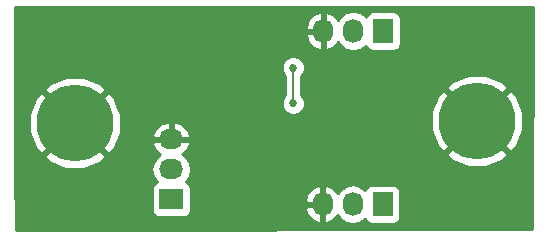
<source format=gbl>
G04 #@! TF.FileFunction,Copper,L2,Bot,Signal*
%FSLAX46Y46*%
G04 Gerber Fmt 4.6, Leading zero omitted, Abs format (unit mm)*
G04 Created by KiCad (PCBNEW 4.0.1-stable) date Wednesday, June 29, 2016 'PMt' 09:03:30 PM*
%MOMM*%
G01*
G04 APERTURE LIST*
%ADD10C,0.100000*%
%ADD11R,1.727200X2.032000*%
%ADD12O,1.727200X2.032000*%
%ADD13R,2.032000X1.727200*%
%ADD14O,2.032000X1.727200*%
%ADD15C,6.500000*%
%ADD16C,0.685800*%
%ADD17C,0.152400*%
%ADD18C,0.254000*%
G04 APERTURE END LIST*
D10*
D11*
X195690000Y-85670000D03*
D12*
X193150000Y-85670000D03*
X190610000Y-85670000D03*
D11*
X195650000Y-100340000D03*
D12*
X193110000Y-100340000D03*
X190570000Y-100340000D03*
D13*
X177760000Y-99920000D03*
D14*
X177760000Y-97380000D03*
X177760000Y-94840000D03*
D15*
X203640000Y-93280000D03*
X169600000Y-93470000D03*
D16*
X188069998Y-91790000D03*
X188070000Y-88770000D03*
X186570000Y-98190000D03*
X180460000Y-92380000D03*
X185630000Y-94460000D03*
X197260000Y-89650000D03*
D17*
X188070000Y-88770000D02*
X188070000Y-91789998D01*
X188070000Y-91789998D02*
X188069998Y-91790000D01*
D18*
G36*
X208333199Y-102453144D02*
X164576404Y-102502856D01*
X164552329Y-97380000D01*
X176076655Y-97380000D01*
X176190729Y-97953489D01*
X176515585Y-98439670D01*
X176529913Y-98449243D01*
X176508683Y-98453238D01*
X176292559Y-98592310D01*
X176147569Y-98804510D01*
X176096560Y-99056400D01*
X176096560Y-100783600D01*
X176140838Y-101018917D01*
X176279910Y-101235041D01*
X176492110Y-101380031D01*
X176744000Y-101431040D01*
X178776000Y-101431040D01*
X179011317Y-101386762D01*
X179227441Y-101247690D01*
X179372431Y-101035490D01*
X179423440Y-100783600D01*
X179423440Y-100701913D01*
X189084816Y-100701913D01*
X189278046Y-101254320D01*
X189667964Y-101690732D01*
X190195209Y-101944709D01*
X190210974Y-101947358D01*
X190443000Y-101826217D01*
X190443000Y-100467000D01*
X189229076Y-100467000D01*
X189084816Y-100701913D01*
X179423440Y-100701913D01*
X179423440Y-99978087D01*
X189084816Y-99978087D01*
X189229076Y-100213000D01*
X190443000Y-100213000D01*
X190443000Y-98853783D01*
X190697000Y-98853783D01*
X190697000Y-100213000D01*
X190717000Y-100213000D01*
X190717000Y-100467000D01*
X190697000Y-100467000D01*
X190697000Y-101826217D01*
X190929026Y-101947358D01*
X190944791Y-101944709D01*
X191472036Y-101690732D01*
X191843539Y-101274931D01*
X192050330Y-101584415D01*
X192536511Y-101909271D01*
X193110000Y-102023345D01*
X193683489Y-101909271D01*
X194169670Y-101584415D01*
X194179243Y-101570087D01*
X194183238Y-101591317D01*
X194322310Y-101807441D01*
X194534510Y-101952431D01*
X194786400Y-102003440D01*
X196513600Y-102003440D01*
X196748917Y-101959162D01*
X196965041Y-101820090D01*
X197110031Y-101607890D01*
X197161040Y-101356000D01*
X197161040Y-99324000D01*
X197116762Y-99088683D01*
X196977690Y-98872559D01*
X196765490Y-98727569D01*
X196513600Y-98676560D01*
X194786400Y-98676560D01*
X194551083Y-98720838D01*
X194334959Y-98859910D01*
X194189969Y-99072110D01*
X194181600Y-99113439D01*
X194169670Y-99095585D01*
X193683489Y-98770729D01*
X193110000Y-98656655D01*
X192536511Y-98770729D01*
X192050330Y-99095585D01*
X191843539Y-99405069D01*
X191472036Y-98989268D01*
X190944791Y-98735291D01*
X190929026Y-98732642D01*
X190697000Y-98853783D01*
X190443000Y-98853783D01*
X190210974Y-98732642D01*
X190195209Y-98735291D01*
X189667964Y-98989268D01*
X189278046Y-99425680D01*
X189084816Y-99978087D01*
X179423440Y-99978087D01*
X179423440Y-99056400D01*
X179379162Y-98821083D01*
X179240090Y-98604959D01*
X179027890Y-98459969D01*
X178986561Y-98451600D01*
X179004415Y-98439670D01*
X179329271Y-97953489D01*
X179443345Y-97380000D01*
X179329271Y-96806511D01*
X179004415Y-96320330D01*
X178694931Y-96113539D01*
X178758236Y-96056978D01*
X201042627Y-96056978D01*
X201415658Y-96557608D01*
X202839262Y-97159333D01*
X204384772Y-97170466D01*
X205816896Y-96589311D01*
X205864342Y-96557608D01*
X206237373Y-96056978D01*
X203640000Y-93459605D01*
X201042627Y-96056978D01*
X178758236Y-96056978D01*
X179110732Y-95742036D01*
X179364709Y-95214791D01*
X179367358Y-95199026D01*
X179246217Y-94967000D01*
X177887000Y-94967000D01*
X177887000Y-94987000D01*
X177633000Y-94987000D01*
X177633000Y-94967000D01*
X176273783Y-94967000D01*
X176152642Y-95199026D01*
X176155291Y-95214791D01*
X176409268Y-95742036D01*
X176825069Y-96113539D01*
X176515585Y-96320330D01*
X176190729Y-96806511D01*
X176076655Y-97380000D01*
X164552329Y-97380000D01*
X164547004Y-96246978D01*
X167002627Y-96246978D01*
X167375658Y-96747608D01*
X168799262Y-97349333D01*
X170344772Y-97360466D01*
X171776896Y-96779311D01*
X171824342Y-96747608D01*
X172197373Y-96246978D01*
X169600000Y-93649605D01*
X167002627Y-96246978D01*
X164547004Y-96246978D01*
X164537453Y-94214772D01*
X165709534Y-94214772D01*
X166290689Y-95646896D01*
X166322392Y-95694342D01*
X166823022Y-96067373D01*
X169420395Y-93470000D01*
X169779605Y-93470000D01*
X172376978Y-96067373D01*
X172877608Y-95694342D01*
X173390471Y-94480974D01*
X176152642Y-94480974D01*
X176273783Y-94713000D01*
X177633000Y-94713000D01*
X177633000Y-93499076D01*
X177887000Y-93499076D01*
X177887000Y-94713000D01*
X179246217Y-94713000D01*
X179367358Y-94480974D01*
X179364709Y-94465209D01*
X179152548Y-94024772D01*
X199749534Y-94024772D01*
X200330689Y-95456896D01*
X200362392Y-95504342D01*
X200863022Y-95877373D01*
X203460395Y-93280000D01*
X203819605Y-93280000D01*
X206416978Y-95877373D01*
X206917608Y-95504342D01*
X207519333Y-94080738D01*
X207530466Y-92535228D01*
X206949311Y-91103104D01*
X206917608Y-91055658D01*
X206416978Y-90682627D01*
X203819605Y-93280000D01*
X203460395Y-93280000D01*
X200863022Y-90682627D01*
X200362392Y-91055658D01*
X199760667Y-92479262D01*
X199749534Y-94024772D01*
X179152548Y-94024772D01*
X179110732Y-93937964D01*
X178674320Y-93548046D01*
X178121913Y-93354816D01*
X177887000Y-93499076D01*
X177633000Y-93499076D01*
X177398087Y-93354816D01*
X176845680Y-93548046D01*
X176409268Y-93937964D01*
X176155291Y-94465209D01*
X176152642Y-94480974D01*
X173390471Y-94480974D01*
X173479333Y-94270738D01*
X173490466Y-92725228D01*
X173189540Y-91983663D01*
X187091929Y-91983663D01*
X187240491Y-92343212D01*
X187515339Y-92618540D01*
X187874628Y-92767730D01*
X188263661Y-92768069D01*
X188623210Y-92619507D01*
X188898538Y-92344659D01*
X189047728Y-91985370D01*
X189048067Y-91596337D01*
X188899505Y-91236788D01*
X188781200Y-91118276D01*
X188781200Y-90503022D01*
X201042627Y-90503022D01*
X203640000Y-93100395D01*
X206237373Y-90503022D01*
X205864342Y-90002392D01*
X204440738Y-89400667D01*
X202895228Y-89389534D01*
X201463104Y-89970689D01*
X201415658Y-90002392D01*
X201042627Y-90503022D01*
X188781200Y-90503022D01*
X188781200Y-89441794D01*
X188898540Y-89324659D01*
X189047730Y-88965370D01*
X189048069Y-88576337D01*
X188899507Y-88216788D01*
X188624659Y-87941460D01*
X188265370Y-87792270D01*
X187876337Y-87791931D01*
X187516788Y-87940493D01*
X187241460Y-88215341D01*
X187092270Y-88574630D01*
X187091931Y-88963663D01*
X187240493Y-89323212D01*
X187358800Y-89441726D01*
X187358800Y-91118204D01*
X187241458Y-91235341D01*
X187092268Y-91594630D01*
X187091929Y-91983663D01*
X173189540Y-91983663D01*
X172909311Y-91293104D01*
X172877608Y-91245658D01*
X172376978Y-90872627D01*
X169779605Y-93470000D01*
X169420395Y-93470000D01*
X166823022Y-90872627D01*
X166322392Y-91245658D01*
X165720667Y-92669262D01*
X165709534Y-94214772D01*
X164537453Y-94214772D01*
X164520902Y-90693022D01*
X167002627Y-90693022D01*
X169600000Y-93290395D01*
X172197373Y-90693022D01*
X171824342Y-90192392D01*
X170400738Y-89590667D01*
X168855228Y-89579534D01*
X167423104Y-90160689D01*
X167375658Y-90192392D01*
X167002627Y-90693022D01*
X164520902Y-90693022D01*
X164498996Y-86031913D01*
X189124816Y-86031913D01*
X189318046Y-86584320D01*
X189707964Y-87020732D01*
X190235209Y-87274709D01*
X190250974Y-87277358D01*
X190483000Y-87156217D01*
X190483000Y-85797000D01*
X189269076Y-85797000D01*
X189124816Y-86031913D01*
X164498996Y-86031913D01*
X164495595Y-85308087D01*
X189124816Y-85308087D01*
X189269076Y-85543000D01*
X190483000Y-85543000D01*
X190483000Y-84183783D01*
X190737000Y-84183783D01*
X190737000Y-85543000D01*
X190757000Y-85543000D01*
X190757000Y-85797000D01*
X190737000Y-85797000D01*
X190737000Y-87156217D01*
X190969026Y-87277358D01*
X190984791Y-87274709D01*
X191512036Y-87020732D01*
X191883539Y-86604931D01*
X192090330Y-86914415D01*
X192576511Y-87239271D01*
X193150000Y-87353345D01*
X193723489Y-87239271D01*
X194209670Y-86914415D01*
X194219243Y-86900087D01*
X194223238Y-86921317D01*
X194362310Y-87137441D01*
X194574510Y-87282431D01*
X194826400Y-87333440D01*
X196553600Y-87333440D01*
X196788917Y-87289162D01*
X197005041Y-87150090D01*
X197150031Y-86937890D01*
X197201040Y-86686000D01*
X197201040Y-84654000D01*
X197156762Y-84418683D01*
X197017690Y-84202559D01*
X196805490Y-84057569D01*
X196553600Y-84006560D01*
X194826400Y-84006560D01*
X194591083Y-84050838D01*
X194374959Y-84189910D01*
X194229969Y-84402110D01*
X194221600Y-84443439D01*
X194209670Y-84425585D01*
X193723489Y-84100729D01*
X193150000Y-83986655D01*
X192576511Y-84100729D01*
X192090330Y-84425585D01*
X191883539Y-84735069D01*
X191512036Y-84319268D01*
X190984791Y-84065291D01*
X190969026Y-84062642D01*
X190737000Y-84183783D01*
X190483000Y-84183783D01*
X190250974Y-84062642D01*
X190235209Y-84065291D01*
X189707964Y-84319268D01*
X189318046Y-84755680D01*
X189124816Y-85308087D01*
X164495595Y-85308087D01*
X164487599Y-83606971D01*
X208362800Y-83597029D01*
X208333199Y-102453144D01*
X208333199Y-102453144D01*
G37*
X208333199Y-102453144D02*
X164576404Y-102502856D01*
X164552329Y-97380000D01*
X176076655Y-97380000D01*
X176190729Y-97953489D01*
X176515585Y-98439670D01*
X176529913Y-98449243D01*
X176508683Y-98453238D01*
X176292559Y-98592310D01*
X176147569Y-98804510D01*
X176096560Y-99056400D01*
X176096560Y-100783600D01*
X176140838Y-101018917D01*
X176279910Y-101235041D01*
X176492110Y-101380031D01*
X176744000Y-101431040D01*
X178776000Y-101431040D01*
X179011317Y-101386762D01*
X179227441Y-101247690D01*
X179372431Y-101035490D01*
X179423440Y-100783600D01*
X179423440Y-100701913D01*
X189084816Y-100701913D01*
X189278046Y-101254320D01*
X189667964Y-101690732D01*
X190195209Y-101944709D01*
X190210974Y-101947358D01*
X190443000Y-101826217D01*
X190443000Y-100467000D01*
X189229076Y-100467000D01*
X189084816Y-100701913D01*
X179423440Y-100701913D01*
X179423440Y-99978087D01*
X189084816Y-99978087D01*
X189229076Y-100213000D01*
X190443000Y-100213000D01*
X190443000Y-98853783D01*
X190697000Y-98853783D01*
X190697000Y-100213000D01*
X190717000Y-100213000D01*
X190717000Y-100467000D01*
X190697000Y-100467000D01*
X190697000Y-101826217D01*
X190929026Y-101947358D01*
X190944791Y-101944709D01*
X191472036Y-101690732D01*
X191843539Y-101274931D01*
X192050330Y-101584415D01*
X192536511Y-101909271D01*
X193110000Y-102023345D01*
X193683489Y-101909271D01*
X194169670Y-101584415D01*
X194179243Y-101570087D01*
X194183238Y-101591317D01*
X194322310Y-101807441D01*
X194534510Y-101952431D01*
X194786400Y-102003440D01*
X196513600Y-102003440D01*
X196748917Y-101959162D01*
X196965041Y-101820090D01*
X197110031Y-101607890D01*
X197161040Y-101356000D01*
X197161040Y-99324000D01*
X197116762Y-99088683D01*
X196977690Y-98872559D01*
X196765490Y-98727569D01*
X196513600Y-98676560D01*
X194786400Y-98676560D01*
X194551083Y-98720838D01*
X194334959Y-98859910D01*
X194189969Y-99072110D01*
X194181600Y-99113439D01*
X194169670Y-99095585D01*
X193683489Y-98770729D01*
X193110000Y-98656655D01*
X192536511Y-98770729D01*
X192050330Y-99095585D01*
X191843539Y-99405069D01*
X191472036Y-98989268D01*
X190944791Y-98735291D01*
X190929026Y-98732642D01*
X190697000Y-98853783D01*
X190443000Y-98853783D01*
X190210974Y-98732642D01*
X190195209Y-98735291D01*
X189667964Y-98989268D01*
X189278046Y-99425680D01*
X189084816Y-99978087D01*
X179423440Y-99978087D01*
X179423440Y-99056400D01*
X179379162Y-98821083D01*
X179240090Y-98604959D01*
X179027890Y-98459969D01*
X178986561Y-98451600D01*
X179004415Y-98439670D01*
X179329271Y-97953489D01*
X179443345Y-97380000D01*
X179329271Y-96806511D01*
X179004415Y-96320330D01*
X178694931Y-96113539D01*
X178758236Y-96056978D01*
X201042627Y-96056978D01*
X201415658Y-96557608D01*
X202839262Y-97159333D01*
X204384772Y-97170466D01*
X205816896Y-96589311D01*
X205864342Y-96557608D01*
X206237373Y-96056978D01*
X203640000Y-93459605D01*
X201042627Y-96056978D01*
X178758236Y-96056978D01*
X179110732Y-95742036D01*
X179364709Y-95214791D01*
X179367358Y-95199026D01*
X179246217Y-94967000D01*
X177887000Y-94967000D01*
X177887000Y-94987000D01*
X177633000Y-94987000D01*
X177633000Y-94967000D01*
X176273783Y-94967000D01*
X176152642Y-95199026D01*
X176155291Y-95214791D01*
X176409268Y-95742036D01*
X176825069Y-96113539D01*
X176515585Y-96320330D01*
X176190729Y-96806511D01*
X176076655Y-97380000D01*
X164552329Y-97380000D01*
X164547004Y-96246978D01*
X167002627Y-96246978D01*
X167375658Y-96747608D01*
X168799262Y-97349333D01*
X170344772Y-97360466D01*
X171776896Y-96779311D01*
X171824342Y-96747608D01*
X172197373Y-96246978D01*
X169600000Y-93649605D01*
X167002627Y-96246978D01*
X164547004Y-96246978D01*
X164537453Y-94214772D01*
X165709534Y-94214772D01*
X166290689Y-95646896D01*
X166322392Y-95694342D01*
X166823022Y-96067373D01*
X169420395Y-93470000D01*
X169779605Y-93470000D01*
X172376978Y-96067373D01*
X172877608Y-95694342D01*
X173390471Y-94480974D01*
X176152642Y-94480974D01*
X176273783Y-94713000D01*
X177633000Y-94713000D01*
X177633000Y-93499076D01*
X177887000Y-93499076D01*
X177887000Y-94713000D01*
X179246217Y-94713000D01*
X179367358Y-94480974D01*
X179364709Y-94465209D01*
X179152548Y-94024772D01*
X199749534Y-94024772D01*
X200330689Y-95456896D01*
X200362392Y-95504342D01*
X200863022Y-95877373D01*
X203460395Y-93280000D01*
X203819605Y-93280000D01*
X206416978Y-95877373D01*
X206917608Y-95504342D01*
X207519333Y-94080738D01*
X207530466Y-92535228D01*
X206949311Y-91103104D01*
X206917608Y-91055658D01*
X206416978Y-90682627D01*
X203819605Y-93280000D01*
X203460395Y-93280000D01*
X200863022Y-90682627D01*
X200362392Y-91055658D01*
X199760667Y-92479262D01*
X199749534Y-94024772D01*
X179152548Y-94024772D01*
X179110732Y-93937964D01*
X178674320Y-93548046D01*
X178121913Y-93354816D01*
X177887000Y-93499076D01*
X177633000Y-93499076D01*
X177398087Y-93354816D01*
X176845680Y-93548046D01*
X176409268Y-93937964D01*
X176155291Y-94465209D01*
X176152642Y-94480974D01*
X173390471Y-94480974D01*
X173479333Y-94270738D01*
X173490466Y-92725228D01*
X173189540Y-91983663D01*
X187091929Y-91983663D01*
X187240491Y-92343212D01*
X187515339Y-92618540D01*
X187874628Y-92767730D01*
X188263661Y-92768069D01*
X188623210Y-92619507D01*
X188898538Y-92344659D01*
X189047728Y-91985370D01*
X189048067Y-91596337D01*
X188899505Y-91236788D01*
X188781200Y-91118276D01*
X188781200Y-90503022D01*
X201042627Y-90503022D01*
X203640000Y-93100395D01*
X206237373Y-90503022D01*
X205864342Y-90002392D01*
X204440738Y-89400667D01*
X202895228Y-89389534D01*
X201463104Y-89970689D01*
X201415658Y-90002392D01*
X201042627Y-90503022D01*
X188781200Y-90503022D01*
X188781200Y-89441794D01*
X188898540Y-89324659D01*
X189047730Y-88965370D01*
X189048069Y-88576337D01*
X188899507Y-88216788D01*
X188624659Y-87941460D01*
X188265370Y-87792270D01*
X187876337Y-87791931D01*
X187516788Y-87940493D01*
X187241460Y-88215341D01*
X187092270Y-88574630D01*
X187091931Y-88963663D01*
X187240493Y-89323212D01*
X187358800Y-89441726D01*
X187358800Y-91118204D01*
X187241458Y-91235341D01*
X187092268Y-91594630D01*
X187091929Y-91983663D01*
X173189540Y-91983663D01*
X172909311Y-91293104D01*
X172877608Y-91245658D01*
X172376978Y-90872627D01*
X169779605Y-93470000D01*
X169420395Y-93470000D01*
X166823022Y-90872627D01*
X166322392Y-91245658D01*
X165720667Y-92669262D01*
X165709534Y-94214772D01*
X164537453Y-94214772D01*
X164520902Y-90693022D01*
X167002627Y-90693022D01*
X169600000Y-93290395D01*
X172197373Y-90693022D01*
X171824342Y-90192392D01*
X170400738Y-89590667D01*
X168855228Y-89579534D01*
X167423104Y-90160689D01*
X167375658Y-90192392D01*
X167002627Y-90693022D01*
X164520902Y-90693022D01*
X164498996Y-86031913D01*
X189124816Y-86031913D01*
X189318046Y-86584320D01*
X189707964Y-87020732D01*
X190235209Y-87274709D01*
X190250974Y-87277358D01*
X190483000Y-87156217D01*
X190483000Y-85797000D01*
X189269076Y-85797000D01*
X189124816Y-86031913D01*
X164498996Y-86031913D01*
X164495595Y-85308087D01*
X189124816Y-85308087D01*
X189269076Y-85543000D01*
X190483000Y-85543000D01*
X190483000Y-84183783D01*
X190737000Y-84183783D01*
X190737000Y-85543000D01*
X190757000Y-85543000D01*
X190757000Y-85797000D01*
X190737000Y-85797000D01*
X190737000Y-87156217D01*
X190969026Y-87277358D01*
X190984791Y-87274709D01*
X191512036Y-87020732D01*
X191883539Y-86604931D01*
X192090330Y-86914415D01*
X192576511Y-87239271D01*
X193150000Y-87353345D01*
X193723489Y-87239271D01*
X194209670Y-86914415D01*
X194219243Y-86900087D01*
X194223238Y-86921317D01*
X194362310Y-87137441D01*
X194574510Y-87282431D01*
X194826400Y-87333440D01*
X196553600Y-87333440D01*
X196788917Y-87289162D01*
X197005041Y-87150090D01*
X197150031Y-86937890D01*
X197201040Y-86686000D01*
X197201040Y-84654000D01*
X197156762Y-84418683D01*
X197017690Y-84202559D01*
X196805490Y-84057569D01*
X196553600Y-84006560D01*
X194826400Y-84006560D01*
X194591083Y-84050838D01*
X194374959Y-84189910D01*
X194229969Y-84402110D01*
X194221600Y-84443439D01*
X194209670Y-84425585D01*
X193723489Y-84100729D01*
X193150000Y-83986655D01*
X192576511Y-84100729D01*
X192090330Y-84425585D01*
X191883539Y-84735069D01*
X191512036Y-84319268D01*
X190984791Y-84065291D01*
X190969026Y-84062642D01*
X190737000Y-84183783D01*
X190483000Y-84183783D01*
X190250974Y-84062642D01*
X190235209Y-84065291D01*
X189707964Y-84319268D01*
X189318046Y-84755680D01*
X189124816Y-85308087D01*
X164495595Y-85308087D01*
X164487599Y-83606971D01*
X208362800Y-83597029D01*
X208333199Y-102453144D01*
M02*

</source>
